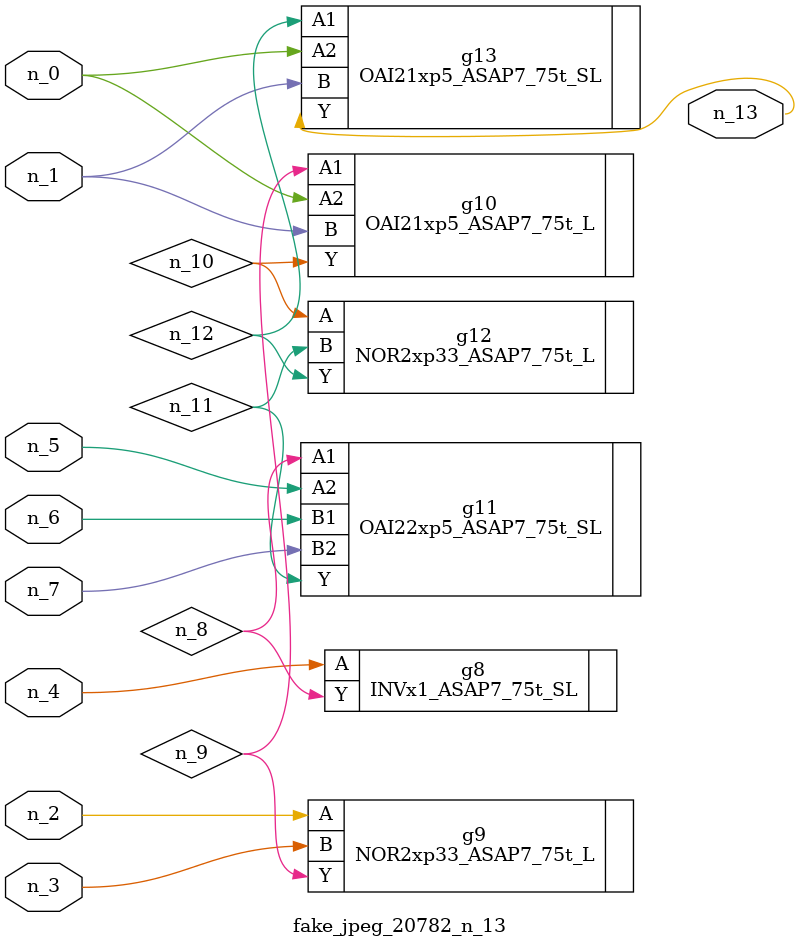
<source format=v>
module fake_jpeg_20782_n_13 (n_3, n_2, n_1, n_0, n_4, n_6, n_5, n_7, n_13);

input n_3;
input n_2;
input n_1;
input n_0;
input n_4;
input n_6;
input n_5;
input n_7;

output n_13;

wire n_11;
wire n_10;
wire n_12;
wire n_8;
wire n_9;

INVx1_ASAP7_75t_SL g8 ( 
.A(n_4),
.Y(n_8)
);

NOR2xp33_ASAP7_75t_L g9 ( 
.A(n_2),
.B(n_3),
.Y(n_9)
);

OAI21xp5_ASAP7_75t_L g10 ( 
.A1(n_9),
.A2(n_0),
.B(n_1),
.Y(n_10)
);

NOR2xp33_ASAP7_75t_L g12 ( 
.A(n_10),
.B(n_11),
.Y(n_12)
);

OAI22xp5_ASAP7_75t_SL g11 ( 
.A1(n_8),
.A2(n_5),
.B1(n_6),
.B2(n_7),
.Y(n_11)
);

OAI21xp5_ASAP7_75t_SL g13 ( 
.A1(n_12),
.A2(n_0),
.B(n_1),
.Y(n_13)
);


endmodule
</source>
